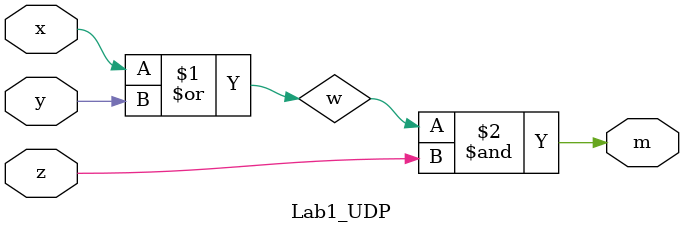
<source format=v>
module Lab1_UDP(input x,y,z, output m);
    wire w;
    or   G1(w, x, y);
    and  G2(m, w, z);
endmodule
</source>
